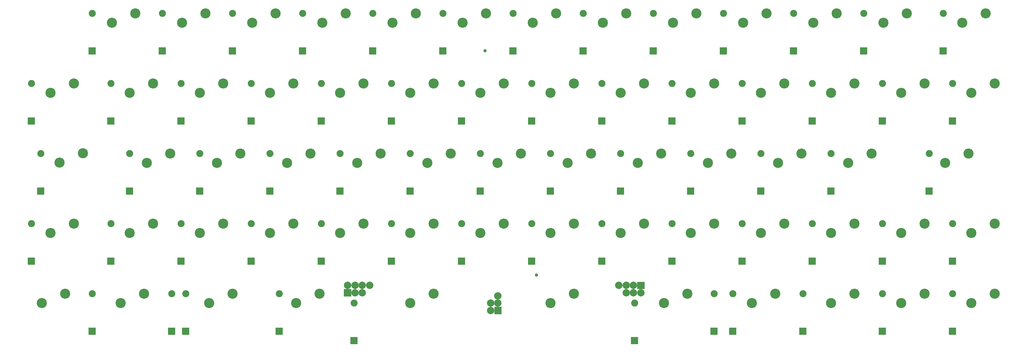
<source format=gts>
G04 Layer: TopSolderMaskLayer*
G04 EasyEDA v6.3.53, 2020-06-17T23:21:06+02:00*
G04 04ce8127e00047ebb4670b429beeeb49,c5fe026039d2484e9a32019ccd8c5756,10*
G04 Gerber Generator version 0.2*
G04 Scale: 100 percent, Rotated: No, Reflected: No *
G04 Dimensions in millimeters *
G04 leading zeros omitted , absolute positions ,3 integer and 3 decimal *
%FSLAX33Y33*%
%MOMM*%
G90*
G71D02*

%ADD22C,0.903199*%
%ADD23C,2.003196*%
%ADD25C,2.743200*%
%ADD26C,1.902460*%

%LPD*%
G54D22*
G01X127154Y81721D03*
G01X141124Y20761D03*
G54D23*
G01X163524Y17951D03*
G01X165524Y15951D03*
G01X165524Y17951D03*
G01X167524Y15951D03*
G01X167524Y17951D03*
G01X169524Y15951D03*
G36*
G01X168523Y16948D02*
G01X168523Y18952D01*
G01X170525Y18952D01*
G01X170525Y16948D01*
G01X168523Y16948D01*
G37*
G01X130694Y15141D03*
G01X128694Y13141D03*
G01X130694Y13141D03*
G01X128694Y11141D03*
G36*
G01X129692Y10138D02*
G01X129692Y12143D01*
G01X131696Y12143D01*
G01X131696Y10138D01*
G01X129692Y10138D01*
G37*
G54D25*
G01X25808Y89341D03*
G01X32158Y91881D03*
G01X44858Y89341D03*
G01X51208Y91881D03*
G01X63908Y89341D03*
G01X70258Y91881D03*
G01X82958Y89341D03*
G01X89308Y91881D03*
G01X102008Y89341D03*
G01X108358Y91881D03*
G01X121058Y89341D03*
G01X127408Y91881D03*
G01X140108Y89341D03*
G01X146458Y91881D03*
G01X159158Y89341D03*
G01X165508Y91881D03*
G01X178208Y89341D03*
G01X184558Y91881D03*
G01X197258Y89341D03*
G01X203608Y91881D03*
G01X216308Y89341D03*
G01X222658Y91881D03*
G01X235358Y89341D03*
G01X241708Y91881D03*
G01X256821Y89341D03*
G01X263171Y91881D03*
G01X9171Y70291D03*
G01X15521Y72831D03*
G01X30634Y70291D03*
G01X36984Y72831D03*
G01X49684Y70291D03*
G01X56034Y72831D03*
G01X68734Y70291D03*
G01X75084Y72831D03*
G01X87784Y70291D03*
G01X94134Y72831D03*
G01X106834Y70291D03*
G01X113184Y72831D03*
G01X125884Y70291D03*
G01X132234Y72831D03*
G01X144934Y70291D03*
G01X151284Y72831D03*
G01X163984Y70291D03*
G01X170334Y72831D03*
G01X183034Y70291D03*
G01X189384Y72831D03*
G01X202084Y70291D03*
G01X208434Y72831D03*
G01X221134Y70291D03*
G01X227484Y72831D03*
G01X240184Y70291D03*
G01X246534Y72831D03*
G01X259234Y70291D03*
G01X265584Y72831D03*
G01X11584Y51368D03*
G01X17934Y53908D03*
G01X35333Y51241D03*
G01X41683Y53781D03*
G01X54383Y51241D03*
G01X60733Y53781D03*
G01X73433Y51241D03*
G01X79783Y53781D03*
G01X92483Y51241D03*
G01X98833Y53781D03*
G01X111533Y51241D03*
G01X117883Y53781D03*
G01X130583Y51241D03*
G01X136933Y53781D03*
G01X149633Y51241D03*
G01X155983Y53781D03*
G01X168683Y51241D03*
G01X175033Y53781D03*
G01X187733Y51241D03*
G01X194083Y53781D03*
G01X206783Y51241D03*
G01X213133Y53781D03*
G01X225833Y51241D03*
G01X232183Y53781D03*
G01X252122Y51241D03*
G01X258472Y53781D03*
G01X9171Y32191D03*
G01X15521Y34731D03*
G01X30634Y32191D03*
G01X36984Y34731D03*
G01X49684Y32191D03*
G01X56034Y34731D03*
G01X68734Y32191D03*
G01X75084Y34731D03*
G01X87784Y32191D03*
G01X94134Y34731D03*
G01X106834Y32191D03*
G01X113184Y34731D03*
G01X125884Y32191D03*
G01X132234Y34731D03*
G01X144934Y32191D03*
G01X151284Y34731D03*
G01X163984Y32191D03*
G01X170334Y34731D03*
G01X183034Y32191D03*
G01X189384Y34731D03*
G01X202084Y32191D03*
G01X208434Y34731D03*
G01X221134Y32191D03*
G01X227484Y34731D03*
G01X240184Y32191D03*
G01X246534Y34731D03*
G01X259234Y32191D03*
G01X265584Y34731D03*
G01X6758Y13141D03*
G01X13108Y15681D03*
G01X28221Y13141D03*
G01X34571Y15681D03*
G01X52224Y13141D03*
G01X58574Y15681D03*
G01X75846Y13141D03*
G01X82196Y15681D03*
G01X106834Y13141D03*
G01X113184Y15681D03*
G01X144934Y13141D03*
G01X151284Y15681D03*
G01X175795Y13141D03*
G01X182145Y15681D03*
G01X199671Y13141D03*
G01X206021Y15681D03*
G01X221134Y13141D03*
G01X227484Y15681D03*
G01X240184Y13141D03*
G01X246534Y15681D03*
G01X259234Y13141D03*
G01X265584Y15681D03*
G54D26*
G01X63654Y72831D03*
G36*
G01X62704Y61718D02*
G01X62704Y63621D01*
G01X64607Y63621D01*
G01X64607Y61718D01*
G01X62704Y61718D01*
G37*
G01X20474Y15681D03*
G36*
G01X19524Y4568D02*
G01X19524Y6471D01*
G01X21427Y6471D01*
G01X21427Y4568D01*
G01X19524Y4568D01*
G37*
G01X30634Y53781D03*
G36*
G01X29684Y42668D02*
G01X29684Y44571D01*
G01X31587Y44571D01*
G01X31587Y42668D01*
G01X29684Y42668D01*
G37*
G01X20474Y91881D03*
G36*
G01X19524Y80768D02*
G01X19524Y82671D01*
G01X21427Y82671D01*
G01X21427Y80768D01*
G01X19524Y80768D01*
G37*
G01X39524Y91881D03*
G36*
G01X38574Y80768D02*
G01X38574Y82671D01*
G01X40477Y82671D01*
G01X40477Y80768D01*
G01X38574Y80768D01*
G37*
G01X58574Y91881D03*
G36*
G01X57624Y80768D02*
G01X57624Y82671D01*
G01X59527Y82671D01*
G01X59527Y80768D01*
G01X57624Y80768D01*
G37*
G01X77624Y91881D03*
G36*
G01X76674Y80768D02*
G01X76674Y82671D01*
G01X78577Y82671D01*
G01X78577Y80768D01*
G01X76674Y80768D01*
G37*
G01X96674Y91881D03*
G36*
G01X95724Y80768D02*
G01X95724Y82671D01*
G01X97627Y82671D01*
G01X97627Y80768D01*
G01X95724Y80768D01*
G37*
G01X115724Y91881D03*
G36*
G01X114774Y80768D02*
G01X114774Y82671D01*
G01X116677Y82671D01*
G01X116677Y80768D01*
G01X114774Y80768D01*
G37*
G01X134774Y91881D03*
G36*
G01X133824Y80768D02*
G01X133824Y82671D01*
G01X135727Y82671D01*
G01X135727Y80768D01*
G01X133824Y80768D01*
G37*
G01X153824Y91881D03*
G36*
G01X152874Y80768D02*
G01X152874Y82671D01*
G01X154777Y82671D01*
G01X154777Y80768D01*
G01X152874Y80768D01*
G37*
G01X172874Y91881D03*
G36*
G01X171924Y80768D02*
G01X171924Y82671D01*
G01X173827Y82671D01*
G01X173827Y80768D01*
G01X171924Y80768D01*
G37*
G01X191924Y91881D03*
G36*
G01X190974Y80768D02*
G01X190974Y82671D01*
G01X192877Y82671D01*
G01X192877Y80768D01*
G01X190974Y80768D01*
G37*
G01X210974Y91881D03*
G36*
G01X210024Y80768D02*
G01X210024Y82671D01*
G01X211927Y82671D01*
G01X211927Y80768D01*
G01X210024Y80768D01*
G37*
G01X230024Y91881D03*
G36*
G01X229074Y80768D02*
G01X229074Y82671D01*
G01X230977Y82671D01*
G01X230977Y80768D01*
G01X229074Y80768D01*
G37*
G01X251614Y91881D03*
G36*
G01X250664Y80768D02*
G01X250664Y82671D01*
G01X252567Y82671D01*
G01X252567Y80768D01*
G01X250664Y80768D01*
G37*
G01X3964Y72831D03*
G36*
G01X3014Y61718D02*
G01X3014Y63621D01*
G01X4917Y63621D01*
G01X4917Y61718D01*
G01X3014Y61718D01*
G37*
G01X25554Y72831D03*
G36*
G01X24604Y61718D02*
G01X24604Y63621D01*
G01X26507Y63621D01*
G01X26507Y61718D01*
G01X24604Y61718D01*
G37*
G01X44604Y72831D03*
G36*
G01X43654Y61718D02*
G01X43654Y63621D01*
G01X45557Y63621D01*
G01X45557Y61718D01*
G01X43654Y61718D01*
G37*
G01X82704Y72831D03*
G36*
G01X81754Y61718D02*
G01X81754Y63621D01*
G01X83657Y63621D01*
G01X83657Y61718D01*
G01X81754Y61718D01*
G37*
G01X101754Y72831D03*
G36*
G01X100804Y61718D02*
G01X100804Y63621D01*
G01X102707Y63621D01*
G01X102707Y61718D01*
G01X100804Y61718D01*
G37*
G01X120804Y72831D03*
G36*
G01X119854Y61718D02*
G01X119854Y63621D01*
G01X121757Y63621D01*
G01X121757Y61718D01*
G01X119854Y61718D01*
G37*
G01X139854Y72831D03*
G36*
G01X138904Y61718D02*
G01X138904Y63621D01*
G01X140807Y63621D01*
G01X140807Y61718D01*
G01X138904Y61718D01*
G37*
G01X158904Y72831D03*
G36*
G01X157954Y61718D02*
G01X157954Y63621D01*
G01X159857Y63621D01*
G01X159857Y61718D01*
G01X157954Y61718D01*
G37*
G01X177954Y72831D03*
G36*
G01X177004Y61718D02*
G01X177004Y63621D01*
G01X178907Y63621D01*
G01X178907Y61718D01*
G01X177004Y61718D01*
G37*
G01X197004Y72831D03*
G36*
G01X196054Y61718D02*
G01X196054Y63621D01*
G01X197957Y63621D01*
G01X197957Y61718D01*
G01X196054Y61718D01*
G37*
G01X216054Y72831D03*
G36*
G01X215104Y61718D02*
G01X215104Y63621D01*
G01X217007Y63621D01*
G01X217007Y61718D01*
G01X215104Y61718D01*
G37*
G01X235104Y72831D03*
G36*
G01X234154Y61718D02*
G01X234154Y63621D01*
G01X236057Y63621D01*
G01X236057Y61718D01*
G01X234154Y61718D01*
G37*
G01X254154Y72831D03*
G36*
G01X253204Y61718D02*
G01X253204Y63621D01*
G01X255107Y63621D01*
G01X255107Y61718D01*
G01X253204Y61718D01*
G37*
G01X6504Y53781D03*
G36*
G01X5554Y42668D02*
G01X5554Y44571D01*
G01X7457Y44571D01*
G01X7457Y42668D01*
G01X5554Y42668D01*
G37*
G01X49684Y53781D03*
G36*
G01X48734Y42668D02*
G01X48734Y44571D01*
G01X50637Y44571D01*
G01X50637Y42668D01*
G01X48734Y42668D01*
G37*
G01X68734Y53781D03*
G36*
G01X67784Y42668D02*
G01X67784Y44571D01*
G01X69687Y44571D01*
G01X69687Y42668D01*
G01X67784Y42668D01*
G37*
G01X87784Y53781D03*
G36*
G01X86834Y42668D02*
G01X86834Y44571D01*
G01X88737Y44571D01*
G01X88737Y42668D01*
G01X86834Y42668D01*
G37*
G01X106834Y53781D03*
G36*
G01X105884Y42668D02*
G01X105884Y44571D01*
G01X107787Y44571D01*
G01X107787Y42668D01*
G01X105884Y42668D01*
G37*
G01X125884Y53781D03*
G36*
G01X124934Y42668D02*
G01X124934Y44571D01*
G01X126837Y44571D01*
G01X126837Y42668D01*
G01X124934Y42668D01*
G37*
G01X144934Y53781D03*
G36*
G01X143984Y42668D02*
G01X143984Y44571D01*
G01X145887Y44571D01*
G01X145887Y42668D01*
G01X143984Y42668D01*
G37*
G01X163984Y53781D03*
G36*
G01X163034Y42668D02*
G01X163034Y44571D01*
G01X164937Y44571D01*
G01X164937Y42668D01*
G01X163034Y42668D01*
G37*
G01X183034Y53781D03*
G36*
G01X182084Y42668D02*
G01X182084Y44571D01*
G01X183987Y44571D01*
G01X183987Y42668D01*
G01X182084Y42668D01*
G37*
G01X202084Y53781D03*
G36*
G01X201134Y42668D02*
G01X201134Y44571D01*
G01X203037Y44571D01*
G01X203037Y42668D01*
G01X201134Y42668D01*
G37*
G01X221134Y53781D03*
G36*
G01X220184Y42668D02*
G01X220184Y44571D01*
G01X222087Y44571D01*
G01X222087Y42668D01*
G01X220184Y42668D01*
G37*
G01X247804Y53781D03*
G36*
G01X246854Y42668D02*
G01X246854Y44571D01*
G01X248757Y44571D01*
G01X248757Y42668D01*
G01X246854Y42668D01*
G37*
G01X3964Y34731D03*
G36*
G01X3014Y23618D02*
G01X3014Y25521D01*
G01X4917Y25521D01*
G01X4917Y23618D01*
G01X3014Y23618D01*
G37*
G01X25554Y34731D03*
G36*
G01X24604Y23618D02*
G01X24604Y25521D01*
G01X26507Y25521D01*
G01X26507Y23618D01*
G01X24604Y23618D01*
G37*
G01X63654Y34731D03*
G36*
G01X62704Y23618D02*
G01X62704Y25521D01*
G01X64607Y25521D01*
G01X64607Y23618D01*
G01X62704Y23618D01*
G37*
G01X82704Y34731D03*
G36*
G01X81754Y23618D02*
G01X81754Y25521D01*
G01X83657Y25521D01*
G01X83657Y23618D01*
G01X81754Y23618D01*
G37*
G01X101754Y34731D03*
G36*
G01X100804Y23618D02*
G01X100804Y25521D01*
G01X102707Y25521D01*
G01X102707Y23618D01*
G01X100804Y23618D01*
G37*
G01X120804Y34731D03*
G36*
G01X119854Y23618D02*
G01X119854Y25521D01*
G01X121757Y25521D01*
G01X121757Y23618D01*
G01X119854Y23618D01*
G37*
G01X139854Y34731D03*
G36*
G01X138904Y23618D02*
G01X138904Y25521D01*
G01X140807Y25521D01*
G01X140807Y23618D01*
G01X138904Y23618D01*
G37*
G01X158904Y34731D03*
G36*
G01X157954Y23618D02*
G01X157954Y25521D01*
G01X159857Y25521D01*
G01X159857Y23618D01*
G01X157954Y23618D01*
G37*
G01X177954Y34731D03*
G36*
G01X177004Y23618D02*
G01X177004Y25521D01*
G01X178907Y25521D01*
G01X178907Y23618D01*
G01X177004Y23618D01*
G37*
G01X197004Y34731D03*
G36*
G01X196054Y23618D02*
G01X196054Y25521D01*
G01X197957Y25521D01*
G01X197957Y23618D01*
G01X196054Y23618D01*
G37*
G01X216054Y34731D03*
G36*
G01X215104Y23618D02*
G01X215104Y25521D01*
G01X217007Y25521D01*
G01X217007Y23618D01*
G01X215104Y23618D01*
G37*
G01X235104Y34731D03*
G36*
G01X234154Y23618D02*
G01X234154Y25521D01*
G01X236057Y25521D01*
G01X236057Y23618D01*
G01X234154Y23618D01*
G37*
G01X254154Y34731D03*
G36*
G01X253204Y23618D02*
G01X253204Y25521D01*
G01X255107Y25521D01*
G01X255107Y23618D01*
G01X253204Y23618D01*
G37*
G01X42064Y15681D03*
G36*
G01X41114Y4568D02*
G01X41114Y6471D01*
G01X43017Y6471D01*
G01X43017Y4568D01*
G01X41114Y4568D01*
G37*
G01X45874Y15681D03*
G36*
G01X44924Y4568D02*
G01X44924Y6471D01*
G01X46827Y6471D01*
G01X46827Y4568D01*
G01X44924Y4568D01*
G37*
G01X71274Y15681D03*
G36*
G01X70324Y4568D02*
G01X70324Y6471D01*
G01X72227Y6471D01*
G01X72227Y4568D01*
G01X70324Y4568D01*
G37*
G01X91594Y13141D03*
G36*
G01X90644Y2028D02*
G01X90644Y3931D01*
G01X92547Y3931D01*
G01X92547Y2028D01*
G01X90644Y2028D01*
G37*
G01X189384Y15681D03*
G36*
G01X188434Y4568D02*
G01X188434Y6471D01*
G01X190337Y6471D01*
G01X190337Y4568D01*
G01X188434Y4568D01*
G37*
G01X194464Y15681D03*
G36*
G01X193514Y4568D02*
G01X193514Y6471D01*
G01X195417Y6471D01*
G01X195417Y4568D01*
G01X193514Y4568D01*
G37*
G01X213514Y15681D03*
G36*
G01X212564Y4568D02*
G01X212564Y6471D01*
G01X214467Y6471D01*
G01X214467Y4568D01*
G01X212564Y4568D01*
G37*
G01X235104Y15681D03*
G36*
G01X234154Y4568D02*
G01X234154Y6471D01*
G01X236057Y6471D01*
G01X236057Y4568D01*
G01X234154Y4568D01*
G37*
G01X44604Y34731D03*
G36*
G01X43654Y23618D02*
G01X43654Y25521D01*
G01X45557Y25521D01*
G01X45557Y23618D01*
G01X43654Y23618D01*
G37*
G01X254154Y15681D03*
G36*
G01X253204Y4568D02*
G01X253204Y6471D01*
G01X255107Y6471D01*
G01X255107Y4568D01*
G01X253204Y4568D01*
G37*
G01X167794Y13141D03*
G36*
G01X166844Y2028D02*
G01X166844Y3931D01*
G01X168747Y3931D01*
G01X168747Y2028D01*
G01X166844Y2028D01*
G37*
G54D23*
G01X95864Y17951D03*
G01X93864Y17951D03*
G01X93864Y15951D03*
G01X91864Y17951D03*
G01X91864Y15951D03*
G01X89864Y17951D03*
G36*
G01X88864Y14949D02*
G01X88864Y16953D01*
G01X90865Y16953D01*
G01X90865Y14949D01*
G01X88864Y14949D01*
G37*
M00*
M02*

</source>
